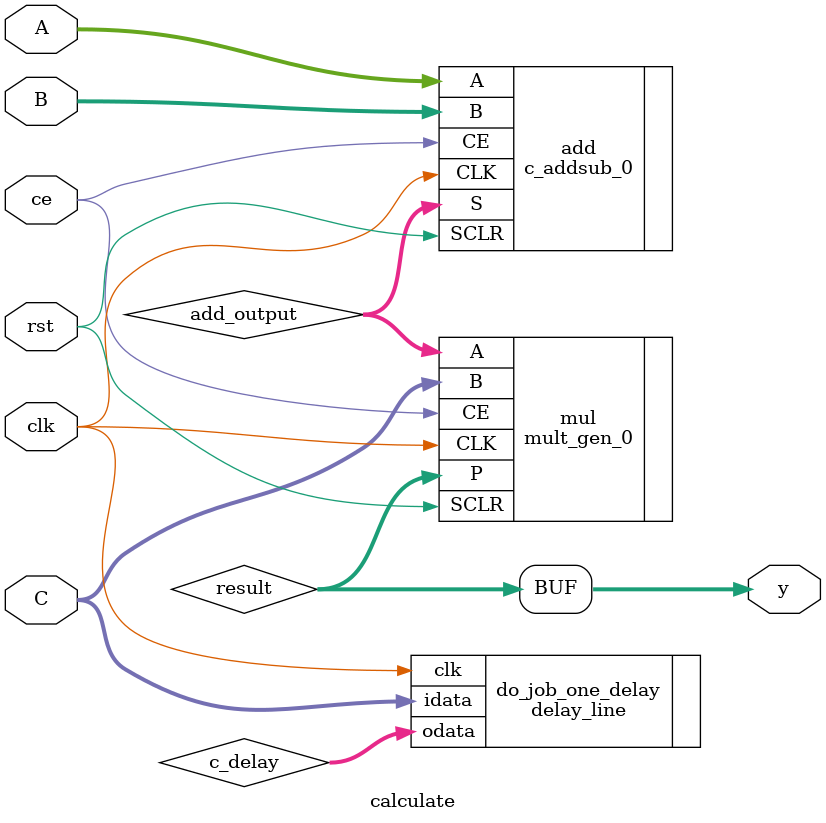
<source format=v>
`timescale 1ns / 1ps

module calculate(
        input clk,
        input ce,
        input rst,
        input [7:0]A,
        input [7:0]B,
        input [7:0]C,
        output [16:0]y
    );
    wire signed [8:0]add_output;
    wire signed [7:0]c_delay;
    wire signed [16:0]result;
    c_addsub_0 add(
        .A(A),
        .B(B),
        .CLK(clk),
        .CE(ce),
        .SCLR(rst),
        .S(add_output)
    );
    delay_line #(
    .DELAY(2),
    .N(8)
    )do_job_one_delay
    (
    .clk(clk),
    .idata(C[7:0]),
    .odata(c_delay[7:0])    
    );
    mult_gen_0 mul(
        .CLK(clk),
        .A(add_output),
        .B(C),
        .CE(ce),
        .SCLR(rst),
        .P(result)
        
    );

    assign y=result;
endmodule

</source>
